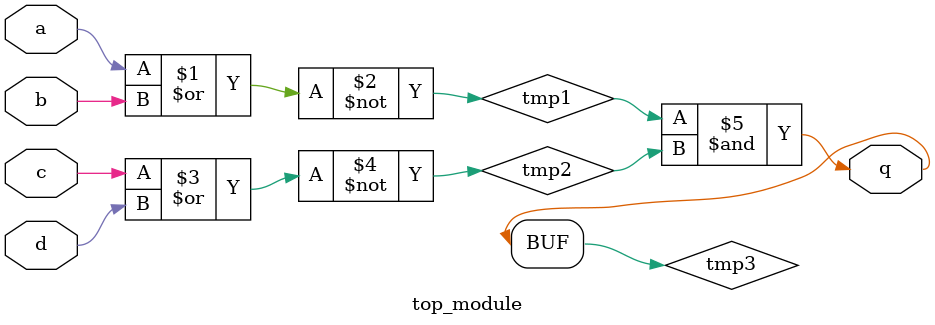
<source format=sv>
module top_module (
    input a, 
    input b, 
    input c, 
    input d,
    output q
);

wire tmp1, tmp2, tmp3;

// Implement the combinational logic
assign tmp1 = ~(a | b);
assign tmp2 = ~(c | d);
assign tmp3 = tmp1 & tmp2;
assign q = tmp3;

endmodule

</source>
